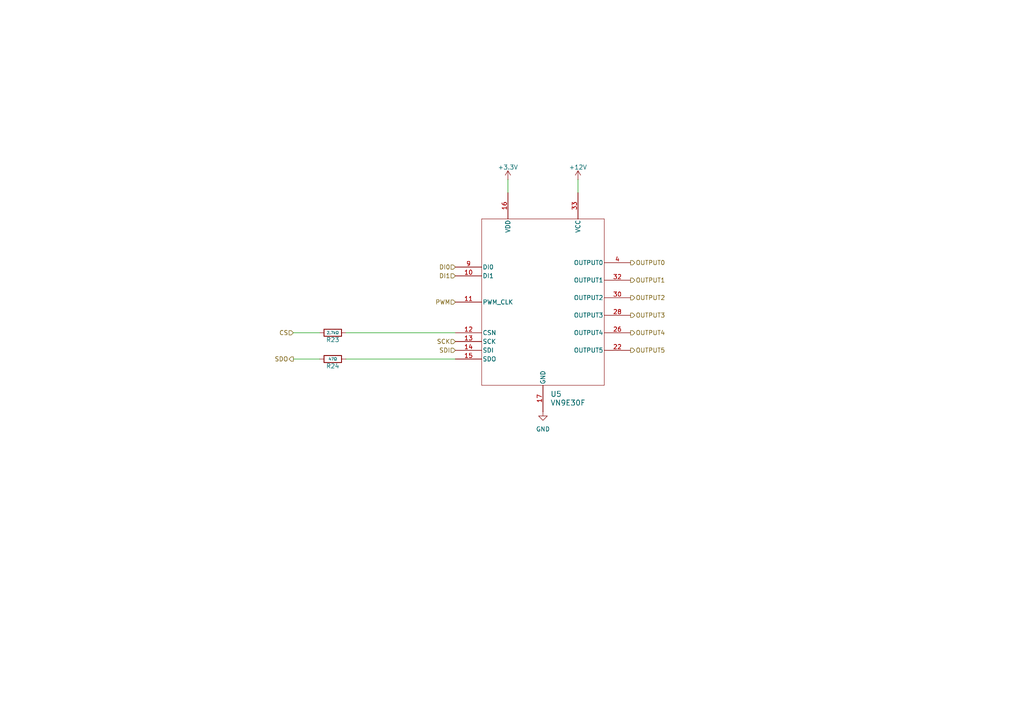
<source format=kicad_sch>
(kicad_sch (version 20250114) (generator "eeschema") (generator_version "9.0")
  (paper "A4")
  (title_block (title "l8"))
  (lib_symbols
    (symbol "PCM_JLCPCB-Resistors:0603,2.7kΩ" (pin_numbers (hide yes)) (pin_names (offset 0))
      (property "Reference" "R" (at 1.778 0 0))
      (property "Value" "2.7kΩ" (at 0 0 90))
      (symbol "0603,2.7kΩ_0_1"
        (rectangle (start -1.016 2.54) (end 1.016 -2.54) (stroke (width 0.254)))
      )
      (symbol "0603,2.7kΩ_1_1"
        (pin passive line (at 0 3.81 270) (length 1.27) (name "~") (number "1"))
        (pin passive line (at 0 -3.81 90) (length 1.27) (name "~") (number "2"))
      )
    )
    (symbol "PCM_JLCPCB-Resistors:0603,47Ω" (pin_numbers (hide yes)) (pin_names (offset 0))
      (property "Reference" "R" (at 1.778 0 0))
      (property "Value" "47Ω" (at 0 0 90))
      (symbol "0603,47Ω_0_1"
        (rectangle (start -1.016 2.54) (end 1.016 -2.54) (stroke (width 0.254)))
      )
      (symbol "0603,47Ω_1_1"
        (pin passive line (at 0 3.81 270) (length 1.27) (name "~") (number "1"))
        (pin passive line (at 0 -3.81 90) (length 1.27) (name "~") (number "2"))
      )
    )
    (symbol "dnt_global:VN9E30F" (pin_names (offset 0.254))
      (property "Reference" "U" (at 25.4 10.16 0))
      (property "Value" "VN9E30F" (at 25.4 7.62 0))
      (symbol "VN9E30F_0_1"
        (polyline (pts (xy 7.62 10.16) (xy 7.62 -38.1)) (stroke (width 0.127)))
        (polyline (pts (xy 7.62 -38.1) (xy 43.18 -38.1)) (stroke (width 0.127)))
        (polyline (pts (xy 43.18 10.16) (xy 7.62 10.16)) (stroke (width 0.127)))
        (polyline (pts (xy 43.18 -38.1) (xy 43.18 10.16)) (stroke (width 0.127)))
        (pin bidirectional line (at 0 -3.81 0) (length 7.62) (name "DI0") (number "9"))
        (pin bidirectional line (at 0 -6.35 0) (length 7.62) (name "DI1") (number "10"))
        (pin input line (at 0 -27.94 0) (length 7.62) (name "SDI") (number "14"))
        (pin output line (at 0 -30.48 0) (length 7.62) (name "SDO") (number "15"))
        (pin output line (at 50.8 -7.62 180) (length 7.62) (name "OUTPUT1") (number "32"))
        (pin output line (at 50.8 -17.78 180) (length 7.62) (name "OUTPUT3") (number "28"))
        (pin output line (at 50.8 -22.86 180) (length 7.62) (name "OUTPUT4") (number "26"))
      )
      (symbol "VN9E30F_1_1"
        (pin input line (at 0 -13.97 0) (length 7.62) (name "PWM_CLK") (number "11"))
        (pin input line (at 0 -22.86 0) (length 7.62) (name "CSN") (number "12"))
        (pin input line (at 0 -25.4 0) (length 7.62) (name "SCK") (number "13"))
        (pin power_in line (at 15.24 17.78 270) (length 7.62) (name "VDD") (number "16"))
        (pin power_in line (at 25.4 -45.72 90) (length 7.62) (name "GND") (number "17"))
        (pin power_in line (at 35.56 17.78 270) (length 7.62) (name "VCC") (number "33"))
        (pin output line (at 50.8 -2.54 180) (length 7.62) (name "OUTPUT0") (number "4"))
        (pin output line (at 50.8 -12.7 180) (length 7.62) (name "OUTPUT2") (number "30"))
        (pin passive line (at 50.8 -27.94 180) (length 7.62) (name "OUTPUT5") (number "22"))
      )
    )
    (symbol "power:+12V" (power) (pin_numbers (hide yes)) (pin_names (offset 0) (hide yes))
      (property "Value" "+12V" (at 0 3.556 0))
      (symbol "+12V_0_1"
        (polyline (pts (xy -0.762 1.27) (xy 0 2.54)))
        (polyline (pts (xy 0 2.54) (xy 0.762 1.27)))
        (polyline (pts (xy 0 0) (xy 0 2.54)))
      )
      (symbol "+12V_1_1"
        (pin power_in line (at 0 0 90) (length 0) (name "~") (number "1"))
      )
    )
    (symbol "power:+3.3V" (power) (pin_numbers (hide yes)) (pin_names (offset 0) (hide yes))
      (property "Value" "+3.3V" (at 0 3.556 0))
      (symbol "+3.3V_0_1"
        (polyline (pts (xy -0.762 1.27) (xy 0 2.54)))
        (polyline (pts (xy 0 2.54) (xy 0.762 1.27)))
        (polyline (pts (xy 0 0) (xy 0 2.54)))
      )
      (symbol "+3.3V_1_1"
        (pin power_in line (at 0 0 90) (length 0) (name "~") (number "1"))
      )
    )
    (symbol "power:GND" (power) (pin_numbers (hide yes)) (pin_names (offset 0) (hide yes))
      (property "Value" "GND" (at 0 -3.81 0))
      (symbol "GND_0_1"
        (polyline (pts (xy 0 0) (xy 0 -1.27) (xy 1.27 -1.27) (xy 0 -2.54) (xy -1.27 -1.27) (xy 0 -1.27)))
      )
      (symbol "GND_1_1"
        (pin power_in line (at 0 0 270) (length 0) (name "~") (number "1"))
      )
    )
  )
  (wire (pts (xy 100.33 96.52) (xy 132.08 96.52)))
  (wire (pts (xy 85.09 104.14) (xy 92.71 104.14)))
  (wire (pts (xy 100.33 104.14) (xy 132.08 104.14)))
  (wire (pts (xy 147.32 52.07) (xy 147.32 55.88)))
  (wire (pts (xy 167.64 52.07) (xy 167.64 55.88)))
  (wire (pts (xy 85.09 96.52) (xy 92.71 96.52)))
  (hierarchical_label "DI0" (shape input) (at 132.08 77.47 180))
  (hierarchical_label "OUTPUT4" (shape output) (at 182.88 96.52 0))
  (hierarchical_label "OUTPUT0" (shape output) (at 182.88 76.2 0))
  (hierarchical_label "SCK" (shape input) (at 132.08 99.06 180))
  (hierarchical_label "SDI" (shape input) (at 132.08 101.6 180))
  (hierarchical_label "OUTPUT2" (shape output) (at 182.88 86.36 0))
  (hierarchical_label "OUTPUT5" (shape output) (at 182.88 101.6 0))
  (hierarchical_label "CS" (shape input) (at 85.09 96.52 180))
  (hierarchical_label "PWM" (shape input) (at 132.08 87.63 180))
  (hierarchical_label "OUTPUT3" (shape output) (at 182.88 91.44 0))
  (hierarchical_label "SDO" (shape output) (at 85.09 104.14 180))
  (hierarchical_label "OUTPUT1" (shape output) (at 182.88 81.28 0))
  (hierarchical_label "DI1" (shape input) (at 132.08 80.01 180))
  (symbol (lib_id "power:GND") (at 157.48 119.38 0) (unit 1)
    (property "Reference" "#PWR038" (effects (hide yes)))
    (property "Value" "GND" (at 157.48 124.46 0))
    (property "Description" "Power symbol creates a global label with name \"GND\" , ground" (effects (hide yes)))
    (instances (project "z9-pdm-pcb" (path "" (reference "#PWR038") (unit 1)) (path "" (reference "#PWR040") (unit 1))))
  )
  (symbol (lib_id "PCM_JLCPCB-Resistors:0603,2.7kΩ") (at 96.52 96.52 90) (mirror x) (unit 1)
    (property "Reference" "R23" (at 96.52 98.552 90))
    (property "Value" "2.7kΩ" (at 96.52 96.52 90) (effects (font (size 0.8 0.8))))
    (property "Footprint" "PCM_JLCPCB:R_0603" (effects (hide yes)))
    (property "Datasheet" "https://www.lcsc.com/datasheet/lcsc_datasheet_2206010216_UNI-ROYAL-Uniroyal-Elec-0603WAF2701T5E_C13167.pdf" (effects (hide yes)))
    (property "Description" "100mW Thick Film Resistors 75V ±100ppm/°C ±1% 2.7kΩ 0603 Chip Resistor - Surface Mount ROHS" (effects (hide yes)))
    (property "LCSC" "C13167" (effects (hide yes)))
    (property "Stock" "1077645" (effects (hide yes)))
    (property "Price" "0.004USD" (effects (hide yes)))
    (property "Process" "SMT" (effects (hide yes)))
    (property "Minimum Qty" "20" (effects (hide yes)))
    (property "Attrition Qty" "10" (effects (hide yes)))
    (property "Class" "Basic Component" (effects (hide yes)))
    (property "Category" "Resistors,Chip Resistor - Surface Mount" (effects (hide yes)))
    (property "Manufacturer" "UNI-ROYAL(Uniroyal Elec)" (effects (hide yes)))
    (property "Part" "0603WAF2701T5E" (effects (hide yes)))
    (property "Resistance" "2.7kΩ" (effects (hide yes)))
    (property "Power(Watts)" "100mW" (effects (hide yes)))
    (property "Type" "Thick Film Resistors" (effects (hide yes)))
    (property "Overload Voltage (Max)" "75V" (effects (hide yes)))
    (property "Operating Temperature Range" "-55°C~+155°C" (effects (hide yes)))
    (property "Tolerance" "±1%" (effects (hide yes)))
    (property "Temperature Coefficient" "±100ppm/°C" (effects (hide yes)))
    (instances (project "z9-pdm-pcb" (path "" (reference "R23") (unit 1)) (path "" (reference "R12") (unit 1))))
  )
  (symbol (lib_id "PCM_JLCPCB-Resistors:0603,47Ω") (at 96.52 104.14 90) (mirror x) (unit 1)
    (property "Reference" "R24" (at 96.52 106.172 90))
    (property "Value" "47Ω" (at 96.52 104.14 90) (effects (font (size 0.8 0.8))))
    (property "Footprint" "PCM_JLCPCB:R_0603" (effects (hide yes)))
    (property "Datasheet" "https://www.lcsc.com/datasheet/lcsc_datasheet_2206010116_UNI-ROYAL-Uniroyal-Elec-0603WAF470JT5E_C23182.pdf" (effects (hide yes)))
    (property "Description" "100mW Thick Film Resistors 75V ±100ppm/°C ±1% 47Ω 0603 Chip Resistor - Surface Mount ROHS" (effects (hide yes)))
    (property "LCSC" "C23182" (effects (hide yes)))
    (property "Stock" "1005542" (effects (hide yes)))
    (property "Price" "0.004USD" (effects (hide yes)))
    (property "Process" "SMT" (effects (hide yes)))
    (property "Minimum Qty" "20" (effects (hide yes)))
    (property "Attrition Qty" "10" (effects (hide yes)))
    (property "Class" "Basic Component" (effects (hide yes)))
    (property "Category" "Resistors,Chip Resistor - Surface Mount" (effects (hide yes)))
    (property "Manufacturer" "UNI-ROYAL(Uniroyal Elec)" (effects (hide yes)))
    (property "Part" "0603WAF470JT5E" (effects (hide yes)))
    (property "Resistance" "47Ω" (effects (hide yes)))
    (property "Power(Watts)" "100mW" (effects (hide yes)))
    (property "Type" "Thick Film Resistors" (effects (hide yes)))
    (property "Overload Voltage (Max)" "75V" (effects (hide yes)))
    (property "Operating Temperature Range" "-55°C~+155°C" (effects (hide yes)))
    (property "Tolerance" "±1%" (effects (hide yes)))
    (property "Temperature Coefficient" "±100ppm/°C" (effects (hide yes)))
    (instances (project "z9-pdm-pcb" (path "" (reference "R24") (unit 1)) (path "" (reference "R13") (unit 1))))
  )
  (symbol (lib_id "power:+3.3V") (at 147.32 52.07 0) (unit 1)
    (property "Reference" "#PWR014" (effects (hide yes)))
    (property "Value" "+3.3V" (at 147.32 48.514 0))
    (property "Description" "Power symbol creates a global label with name \"+3.3V\"" (effects (hide yes)))
    (instances (project "z9-pdm-pcb" (path "" (reference "#PWR014") (unit 1)) (path "" (reference "#PWR036") (unit 1))))
  )
  (symbol (lib_id "dnt_global:VN9E30F") (at 132.08 73.66 0) (unit 1)
    (property "Reference" "U5" (at 159.6233 114.3 0) (effects (font (size 1.524 1.524)) (justify left)))
    (property "Value" "VN9E30F" (at 159.6233 116.84 0) (effects (font (size 1.524 1.524)) (justify left)))
    (property "Footprint" "dnt:QFN6x6_VN9D30_STM-cleanimport" (effects (hide yes)))
    (property "Datasheet" "https://www.st.com/resource/en/datasheet/vn9e30f.pdf" (effects (hide yes)))
    (instances (project "z9-pdm-pcb" (path "" (reference "U5") (unit 1)) (path "" (reference "U4") (unit 1))))
  )
  (symbol (lib_id "power:+12V") (at 167.64 52.07 0) (unit 1)
    (property "Reference" "#PWR041" (effects (hide yes)))
    (property "Value" "+12V" (at 167.64 48.514 0))
    (property "Description" "Power symbol creates a global label with name \"+12V\"" (effects (hide yes)))
    (instances (project "z9-pdm-pcb" (path "" (reference "#PWR041") (unit 1)) (path "" (reference "#PWR045") (unit 1))))
  )
)
</source>
